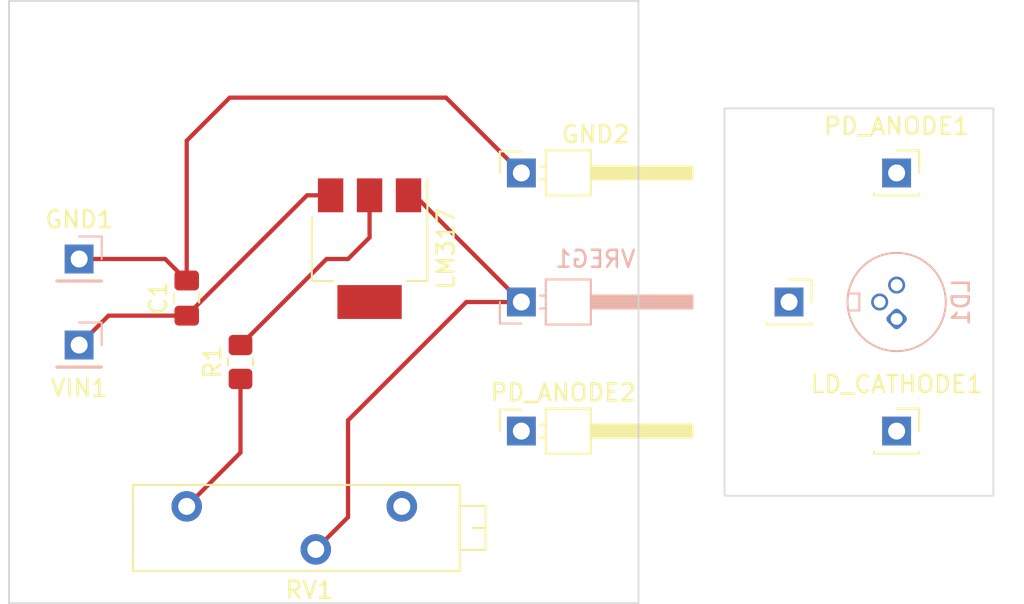
<source format=kicad_pcb>
(kicad_pcb (version 20221018) (generator pcbnew)
  (layers (0 "F.Cu" signal) (31 "B.Cu" signal) (34 "B.Paste" user) (35 "F.Paste" user) (36 "B.SilkS" user "B.Silkscreen") (37 "F.SilkS" user "F.Silkscreen") (38 "B.Mask" user) (39 "F.Mask" user) (44 "Edge.Cuts" user))
  (net 0 "")
  (net 1 "Net-(LM317-VI)")
  (net 2 "Net-(LM317-VO)")
  (net 3 "Net-(R1-Pad1)")
  (net 5 "Net-(GND1-Pin_1)")
  (net 6 "Net-(PD_ANODE1-Pin_1)")
  (net 7 "Net-(LD_ANODE1-Pin_1)")
  (net 8 "Net-(LD_CATHODE1-Pin_1)")
  (net 9 "Net-(LM317-ADJ)")
  (footprint "Potentiometer_THT:Potentiometer_Bourns_3006P_Horizontal" (layer "F.Cu") (at 110.49 128.905 180)
    (fp_text reference "RV1" (at -7.235 -4.935) (layer "F.SilkS"))
    (fp_text value "R_Potentiometer_Trim_US")
    (fp_line (start -17.64 -2.569) (end -17.64 0.03) (stroke (width 0.12)) (layer "F.SilkS"))
    (fp_line (start -17.64 -2.569) (end -16.121 -2.569) (stroke (width 0.12)) (layer "F.SilkS"))
    (fp_line (start -17.64 -1.27) (end -16.881 -1.27) (stroke (width 0.12)) (layer "F.SilkS"))
    (fp_line (start -17.64 0.03) (end -16.121 0.03) (stroke (width 0.12)) (layer "F.SilkS"))
    (fp_line (start -16.121 -2.569) (end -16.121 0.03) (stroke (width 0.12)) (layer "F.SilkS"))
    (fp_line (start -16.12 -3.805) (end -16.12 1.265) (stroke (width 0.12)) (layer "F.SilkS"))
    (fp_line (start -16.12 -3.805) (end 3.17 -3.805) (stroke (width 0.12)) (layer "F.SilkS"))
    (fp_line (start -16.12 1.265) (end 3.17 1.265) (stroke (width 0.12)) (layer "F.SilkS"))
    (fp_line (start 3.17 -3.805) (end 3.17 1.265) (stroke (width 0.12)) (layer "F.SilkS"))
    (pad "1" thru_hole circle (at 0 0 180) (size 1.8 1.8) (drill 1) (layers "*.Cu" "*.Mask") (net 3 "Net-(R1-Pad1)"))
    (pad "2" thru_hole circle (at -7.62 -2.54 180) (size 1.8 1.8) (drill 1) (layers "*.Cu" "*.Mask") (net 9 "Net-(LM317-ADJ)"))
    (pad "3" thru_hole circle (at -12.7 0 180) (size 1.8 1.8) (drill 1) (layers "*.Cu" "*.Mask"))
  )
  (footprint "Capacitor_SMD:C_0805_2012Metric_Pad1.18x1.45mm_HandSolder" (layer "F.Cu") (at 110.49 116.6075 90)
    (fp_text reference "C1" (at 0 -1.68 90) (layer "F.SilkS"))
    (fp_text value "C")
    (fp_line (start -0.261252 -0.735) (end 0.261252 -0.735) (stroke (width 0.12)) (layer "F.SilkS"))
    (fp_line (start -0.261252 0.735) (end 0.261252 0.735) (stroke (width 0.12)) (layer "F.SilkS"))
    (pad "1" smd roundrect (at -1.0375 0 90) (size 1.175 1.45) (layers "F.Cu" "F.Paste" "F.Mask") (roundrect_rratio 0.212766) (net 1 "Net-(LM317-VI)"))
    (pad "2" smd roundrect (at 1.0375 0 90) (size 1.175 1.45) (layers "F.Cu" "F.Paste" "F.Mask") (roundrect_rratio 0.212766) (net 5 "Net-(GND1-Pin_1)"))
  )
  (footprint "Connector_PinSocket_2.54mm:PinSocket_1x01_P2.54mm_Vertical" (layer "F.Cu") (at 152.4 109.22)
    (fp_text reference "PD_ANODE1" (at 0 -2.77) (layer "F.SilkS"))
    (fp_text value "Conn_01x01_Socket")
    (fp_line (start -1.33 1.21) (end -1.33 1.33) (stroke (width 0.12)) (layer "F.SilkS"))
    (fp_line (start -1.33 1.33) (end 1.33 1.33) (stroke (width 0.12)) (layer "F.SilkS"))
    (fp_line (start 0 -1.33) (end 1.33 -1.33) (stroke (width 0.12)) (layer "F.SilkS"))
    (fp_line (start 1.33 -1.33) (end 1.33 0) (stroke (width 0.12)) (layer "F.SilkS"))
    (fp_line (start 1.33 1.21) (end 1.33 1.33) (stroke (width 0.12)) (layer "F.SilkS"))
    (pad "1" thru_hole rect (at 0 0) (size 1.7 1.7) (drill 1) (layers "*.Cu" "*.Mask") (net 6 "Net-(PD_ANODE1-Pin_1)"))
  )
  (footprint "Connector_PinSocket_2.54mm:PinSocket_1x01_P2.54mm_Vertical" (layer "F.Cu") (at 146.05 116.84)
    (fp_text reference "LD_ANODE1" hide)
    (fp_text value "Conn_01x01_Socket")
    (fp_line (start -1.33 1.21) (end -1.33 1.33) (stroke (width 0.12)) (layer "F.SilkS"))
    (fp_line (start -1.33 1.33) (end 1.33 1.33) (stroke (width 0.12)) (layer "F.SilkS"))
    (fp_line (start 0 -1.33) (end 1.33 -1.33) (stroke (width 0.12)) (layer "F.SilkS"))
    (fp_line (start 1.33 -1.33) (end 1.33 0) (stroke (width 0.12)) (layer "F.SilkS"))
    (fp_line (start 1.33 1.21) (end 1.33 1.33) (stroke (width 0.12)) (layer "F.SilkS"))
    (pad "1" thru_hole rect (at 0 0) (size 1.7 1.7) (drill 1) (layers "*.Cu" "*.Mask") (net 7 "Net-(LD_ANODE1-Pin_1)"))
  )
  (footprint "Connector_PinHeader_2.54mm:PinHeader_1x01_P2.54mm_Horizontal" (layer "F.Cu") (at 130.245 124.46)
    (fp_text reference "PD_ANODE2" (at 2.47 -2.27) (layer "F.SilkS"))
    (fp_text value "Conn_01x01_Pin")
    (fp_line (start -1.27 -1.27) (end 0 -1.27) (stroke (width 0.12)) (layer "F.SilkS"))
    (fp_line (start -1.27 0) (end -1.27 -1.27) (stroke (width 0.12)) (layer "F.SilkS"))
    (fp_line (start 1.11 -0.38) (end 1.44 -0.38) (stroke (width 0.12)) (layer "F.SilkS"))
    (fp_line (start 1.11 0.38) (end 1.44 0.38) (stroke (width 0.12)) (layer "F.SilkS"))
    (fp_line (start 1.44 -1.33) (end 1.44 1.33) (stroke (width 0.12)) (layer "F.SilkS"))
    (fp_line (start 1.44 1.33) (end 4.1 1.33) (stroke (width 0.12)) (layer "F.SilkS"))
    (fp_line (start 4.1 -1.33) (end 1.44 -1.33) (stroke (width 0.12)) (layer "F.SilkS"))
    (fp_line (start 4.1 -0.38) (end 10.1 -0.38) (stroke (width 0.12)) (layer "F.SilkS"))
    (fp_line (start 4.1 -0.32) (end 10.1 -0.32) (stroke (width 0.12)) (layer "F.SilkS"))
    (fp_line (start 4.1 -0.2) (end 10.1 -0.2) (stroke (width 0.12)) (layer "F.SilkS"))
    (fp_line (start 4.1 -0.08) (end 10.1 -0.08) (stroke (width 0.12)) (layer "F.SilkS"))
    (fp_line (start 4.1 0.04) (end 10.1 0.04) (stroke (width 0.12)) (layer "F.SilkS"))
    (fp_line (start 4.1 0.16) (end 10.1 0.16) (stroke (width 0.12)) (layer "F.SilkS"))
    (fp_line (start 4.1 0.28) (end 10.1 0.28) (stroke (width 0.12)) (layer "F.SilkS"))
    (fp_line (start 4.1 1.33) (end 4.1 -1.33) (stroke (width 0.12)) (layer "F.SilkS"))
    (fp_line (start 10.1 -0.38) (end 10.1 0.38) (stroke (width 0.12)) (layer "F.SilkS"))
    (fp_line (start 10.1 0.38) (end 4.1 0.38) (stroke (width 0.12)) (layer "F.SilkS"))
    (pad "1" thru_hole rect (at 0 0) (size 1.7 1.7) (drill 1) (layers "*.Cu" "*.Mask"))
  )
  (footprint "Connector_PinHeader_2.54mm:PinHeader_1x01_P2.54mm_Horizontal" (layer "F.Cu") (at 130.245 109.22)
    (fp_text reference "GND2" (at 4.385 -2.27) (layer "F.SilkS"))
    (fp_text value "Conn_01x01_Pin")
    (fp_line (start -1.27 -1.27) (end 0 -1.27) (stroke (width 0.12)) (layer "F.SilkS"))
    (fp_line (start -1.27 0) (end -1.27 -1.27) (stroke (width 0.12)) (layer "F.SilkS"))
    (fp_line (start 1.11 -0.38) (end 1.44 -0.38) (stroke (width 0.12)) (layer "F.SilkS"))
    (fp_line (start 1.11 0.38) (end 1.44 0.38) (stroke (width 0.12)) (layer "F.SilkS"))
    (fp_line (start 1.44 -1.33) (end 1.44 1.33) (stroke (width 0.12)) (layer "F.SilkS"))
    (fp_line (start 1.44 1.33) (end 4.1 1.33) (stroke (width 0.12)) (layer "F.SilkS"))
    (fp_line (start 4.1 -1.33) (end 1.44 -1.33) (stroke (width 0.12)) (layer "F.SilkS"))
    (fp_line (start 4.1 -0.38) (end 10.1 -0.38) (stroke (width 0.12)) (layer "F.SilkS"))
    (fp_line (start 4.1 -0.32) (end 10.1 -0.32) (stroke (width 0.12)) (layer "F.SilkS"))
    (fp_line (start 4.1 -0.2) (end 10.1 -0.2) (stroke (width 0.12)) (layer "F.SilkS"))
    (fp_line (start 4.1 -0.08) (end 10.1 -0.08) (stroke (width 0.12)) (layer "F.SilkS"))
    (fp_line (start 4.1 0.04) (end 10.1 0.04) (stroke (width 0.12)) (layer "F.SilkS"))
    (fp_line (start 4.1 0.16) (end 10.1 0.16) (stroke (width 0.12)) (layer "F.SilkS"))
    (fp_line (start 4.1 0.28) (end 10.1 0.28) (stroke (width 0.12)) (layer "F.SilkS"))
    (fp_line (start 4.1 1.33) (end 4.1 -1.33) (stroke (width 0.12)) (layer "F.SilkS"))
    (fp_line (start 10.1 -0.38) (end 10.1 0.38) (stroke (width 0.12)) (layer "F.SilkS"))
    (fp_line (start 10.1 0.38) (end 4.1 0.38) (stroke (width 0.12)) (layer "F.SilkS"))
    (pad "1" thru_hole rect (at 0 0) (size 1.7 1.7) (drill 1) (layers "*.Cu" "*.Mask") (net 5 "Net-(GND1-Pin_1)"))
  )
  (footprint "Resistor_SMD:R_0805_2012Metric_Pad1.20x1.40mm_HandSolder" (layer "F.Cu") (at 113.665 120.38 90)
    (fp_text reference "R1" (at 0 -1.65 90) (layer "F.SilkS"))
    (fp_text value "R")
    (fp_line (start -0.227064 -0.735) (end 0.227064 -0.735) (stroke (width 0.12)) (layer "F.SilkS"))
    (fp_line (start -0.227064 0.735) (end 0.227064 0.735) (stroke (width 0.12)) (layer "F.SilkS"))
    (pad "1" smd roundrect (at -1 0 90) (size 1.2 1.4) (layers "F.Cu" "F.Paste" "F.Mask") (roundrect_rratio 0.208333) (net 3 "Net-(R1-Pad1)"))
    (pad "2" smd roundrect (at 1 0 90) (size 1.2 1.4) (layers "F.Cu" "F.Paste" "F.Mask") (roundrect_rratio 0.208333) (net 2 "Net-(LM317-VO)"))
  )
  (footprint "Connector_PinSocket_2.54mm:PinSocket_1x01_P2.54mm_Vertical" (layer "F.Cu") (at 152.4 124.46)
    (fp_text reference "LD_CATHODE1" (at 0 -2.77) (layer "F.SilkS"))
    (fp_text value "Conn_01x01_Socket")
    (fp_line (start -1.33 1.21) (end -1.33 1.33) (stroke (width 0.12)) (layer "F.SilkS"))
    (fp_line (start -1.33 1.33) (end 1.33 1.33) (stroke (width 0.12)) (layer "F.SilkS"))
    (fp_line (start 0 -1.33) (end 1.33 -1.33) (stroke (width 0.12)) (layer "F.SilkS"))
    (fp_line (start 1.33 -1.33) (end 1.33 0) (stroke (width 0.12)) (layer "F.SilkS"))
    (fp_line (start 1.33 1.21) (end 1.33 1.33) (stroke (width 0.12)) (layer "F.SilkS"))
    (pad "1" thru_hole rect (at 0 0) (size 1.7 1.7) (drill 1) (layers "*.Cu" "*.Mask") (net 8 "Net-(LD_CATHODE1-Pin_1)"))
  )
  (footprint "Package_TO_SOT_SMD:SOT-223" (layer "F.Cu") (at 121.285 113.69 -90)
    (fp_text reference "LM317" (at 0 -4.5 90) (layer "F.SilkS"))
    (fp_text value "LM317_TO-220")
    (fp_line (start -4.1 -3.41) (end 1.91 -3.41) (stroke (width 0.12)) (layer "F.SilkS"))
    (fp_line (start -1.85 3.41) (end 1.91 3.41) (stroke (width 0.12)) (layer "F.SilkS"))
    (fp_line (start 1.91 -3.41) (end 1.91 -2.15) (stroke (width 0.12)) (layer "F.SilkS"))
    (fp_line (start 1.91 3.41) (end 1.91 2.15) (stroke (width 0.12)) (layer "F.SilkS"))
    (pad "1" smd rect (at -3.15 -2.3 270) (size 2 1.5) (layers "F.Cu" "F.Paste" "F.Mask") (net 9 "Net-(LM317-ADJ)"))
    (pad "2" smd rect (at -3.15 0 270) (size 2 1.5) (layers "F.Cu" "F.Paste" "F.Mask") (net 2 "Net-(LM317-VO)"))
    (pad "3" smd rect (at -3.15 2.3 270) (size 2 1.5) (layers "F.Cu" "F.Paste" "F.Mask") (net 1 "Net-(LM317-VI)"))
    (pad "4" smd rect (at 3.15 0 270) (size 2 3.8) (layers "F.Cu" "F.Paste" "F.Mask"))
  )
  (footprint "Connector_PinHeader_2.54mm:PinHeader_1x01_P2.54mm_Vertical" (layer "B.Cu") (at 104.14 119.38 180)
    (fp_text reference "VIN1" (at 0 -2.54) (layer "F.SilkS"))
    (fp_text value "Conn_01x01")
    (fp_line (start -1.33 -1.33) (end 1.33 -1.33) (stroke (width 0.12)) (layer "B.SilkS"))
    (fp_line (start -1.33 -1.27) (end -1.33 -1.33) (stroke (width 0.12)) (layer "B.SilkS"))
    (fp_line (start -1.33 -1.27) (end 1.33 -1.27) (stroke (width 0.12)) (layer "B.SilkS"))
    (fp_line (start -1.33 0) (end -1.33 1.33) (stroke (width 0.12)) (layer "B.SilkS"))
    (fp_line (start -1.33 1.33) (end 0 1.33) (stroke (width 0.12)) (layer "B.SilkS"))
    (fp_line (start 1.33 -1.27) (end 1.33 -1.33) (stroke (width 0.12)) (layer "B.SilkS"))
    (pad "1" thru_hole rect (at 0 0 180) (size 1.7 1.7) (drill 1) (layers "*.Cu" "*.Mask") (net 1 "Net-(LM317-VI)"))
  )
  (footprint "Connector_PinHeader_2.54mm:PinHeader_1x01_P2.54mm_Horizontal" (layer "B.Cu") (at 130.245 116.84)
    (fp_text reference "VREG1" (at 4.375 -2.54) (layer "B.SilkS") (effects (justify mirror)))
    (fp_text value "Conn_01x01_Pin")
    (fp_line (start -1.27 0) (end -1.27 1.27) (stroke (width 0.12)) (layer "B.SilkS"))
    (fp_line (start -1.27 1.27) (end 0 1.27) (stroke (width 0.12)) (layer "B.SilkS"))
    (fp_line (start 1.11 -0.38) (end 1.44 -0.38) (stroke (width 0.12)) (layer "B.SilkS"))
    (fp_line (start 1.11 0.38) (end 1.44 0.38) (stroke (width 0.12)) (layer "B.SilkS"))
    (fp_line (start 1.44 -1.33) (end 4.1 -1.33) (stroke (width 0.12)) (layer "B.SilkS"))
    (fp_line (start 1.44 1.33) (end 1.44 -1.33) (stroke (width 0.12)) (layer "B.SilkS"))
    (fp_line (start 4.1 -1.33) (end 4.1 1.33) (stroke (width 0.12)) (layer "B.SilkS"))
    (fp_line (start 4.1 -0.28) (end 10.1 -0.28) (stroke (width 0.12)) (layer "B.SilkS"))
    (fp_line (start 4.1 -0.16) (end 10.1 -0.16) (stroke (width 0.12)) (layer "B.SilkS"))
    (fp_line (start 4.1 -0.04) (end 10.1 -0.04) (stroke (width 0.12)) (layer "B.SilkS"))
    (fp_line (start 4.1 0.08) (end 10.1 0.08) (stroke (width 0.12)) (layer "B.SilkS"))
    (fp_line (start 4.1 0.2) (end 10.1 0.2) (stroke (width 0.12)) (layer "B.SilkS"))
    (fp_line (start 4.1 0.32) (end 10.1 0.32) (stroke (width 0.12)) (layer "B.SilkS"))
    (fp_line (start 4.1 0.38) (end 10.1 0.38) (stroke (width 0.12)) (layer "B.SilkS"))
    (fp_line (start 4.1 1.33) (end 1.44 1.33) (stroke (width 0.12)) (layer "B.SilkS"))
    (fp_line (start 10.1 -0.38) (end 4.1 -0.38) (stroke (width 0.12)) (layer "B.SilkS"))
    (fp_line (start 10.1 0.38) (end 10.1 -0.38) (stroke (width 0.12)) (layer "B.SilkS"))
    (pad "1" thru_hole rect (at 0 0) (size 1.7 1.7) (drill 1) (layers "*.Cu" "*.Mask") (net 9 "Net-(LM317-ADJ)"))
  )
  (footprint "OptoDevice:LaserDiode_TO56-3" (layer "B.Cu") (at 152.4 117.84 90)
    (fp_text reference "LD1" (at 0.99 3.8 90) (layer "B.SilkS") (effects (justify mirror)))
    (fp_text value "PLT5_488")
    (fp_line (start 0.5 -2.85) (end 0.5 -2.2) (stroke (width 0.12)) (layer "B.SilkS"))
    (fp_line (start 0.5 -2.2) (end 1.5 -2.2) (stroke (width 0.12)) (layer "B.SilkS"))
    (fp_line (start 1.5 -2.2) (end 1.5 -2.85) (stroke (width 0.12)) (layer "B.SilkS"))
    (fp_circle (center 1 0) (end 3.9 0) (stroke (width 0.12)) (fill none) (layer "B.SilkS"))
    (pad "1" thru_hole roundrect (at 0 0 45) (size 1 1) (drill 0.7) (layers "*.Cu" "*.Mask") (net 8 "Net-(LD_CATHODE1-Pin_1)"))
    (pad "2" thru_hole circle (at 1 -1 90) (size 1 1) (drill 0.7) (layers "*.Cu" "*.Mask") (net 7 "Net-(LD_ANODE1-Pin_1)"))
    (pad "3" thru_hole circle (at 2 0 90) (size 1 1) (drill 0.7) (layers "*.Cu" "*.Mask") (net 6 "Net-(PD_ANODE1-Pin_1)"))
  )
  (footprint "Connector_PinHeader_2.54mm:PinHeader_1x01_P2.54mm_Vertical" (layer "B.Cu") (at 104.14 114.3 180)
    (fp_text reference "GND1" (at 0 2.33 180) (layer "F.SilkS"))
    (fp_text value "Conn_01x01")
    (fp_line (start -1.33 -1.33) (end 1.33 -1.33) (stroke (width 0.12)) (layer "B.SilkS"))
    (fp_line (start -1.33 -1.27) (end -1.33 -1.33) (stroke (width 0.12)) (layer "B.SilkS"))
    (fp_line (start -1.33 -1.27) (end 1.33 -1.27) (stroke (width 0.12)) (layer "B.SilkS"))
    (fp_line (start -1.33 0) (end -1.33 1.33) (stroke (width 0.12)) (layer "B.SilkS"))
    (fp_line (start -1.33 1.33) (end 0 1.33) (stroke (width 0.12)) (layer "B.SilkS"))
    (fp_line (start 1.33 -1.27) (end 1.33 -1.33) (stroke (width 0.12)) (layer "B.SilkS"))
    (pad "1" thru_hole rect (at 0 0 180) (size 1.7 1.7) (drill 1) (layers "*.Cu" "*.Mask") (net 5 "Net-(GND1-Pin_1)"))
  )
  (gr_rect (start 142.24 105.41) (end 158.115 128.27) (stroke (width 0.1)) (fill none) (layer "Edge.Cuts"))
  (gr_rect (start 100 99.06) (end 137.16 134.62) (stroke (width 0.1)) (fill none) (layer "Edge.Cuts"))
  (segment (start 118.985 110.54) (end 117.595 110.54) (width 0.25) (layer "F.Cu") (net 1))
  (segment (start 117.595 110.54) (end 110.49 117.645) (width 0.25) (layer "F.Cu") (net 1))
  (segment (start 110.49 117.645) (end 105.875 117.645) (width 0.25) (layer "F.Cu") (net 1))
  (segment (start 105.875 117.645) (end 104.14 119.38) (width 0.25) (layer "F.Cu") (net 1))
  (segment (start 121.285 113.03) (end 120.015 114.3) (width 0.25) (layer "F.Cu") (net 2))
  (segment (start 118.745 114.3) (end 113.665 119.38) (width 0.25) (layer "F.Cu") (net 2))
  (segment (start 120.015 114.3) (end 118.745 114.3) (width 0.25) (layer "F.Cu") (net 2))
  (segment (start 121.285 110.54) (end 121.285 113.03) (width 0.25) (layer "F.Cu") (net 2))
  (segment (start 113.665 125.73) (end 110.49 128.905) (width 0.25) (layer "F.Cu") (net 3))
  (segment (start 113.665 121.38) (end 113.665 125.73) (width 0.25) (layer "F.Cu") (net 3))
  (segment (start 110.49 115.57) (end 110.49 107.315) (width 0.25) (layer "F.Cu") (net 5))
  (segment (start 110.49 107.315) (end 113.03 104.775) (width 0.25) (layer "F.Cu") (net 5))
  (segment (start 113.03 104.775) (end 125.8 104.775) (width 0.25) (layer "F.Cu") (net 5))
  (segment (start 109.22 114.3) (end 110.49 115.57) (width 0.25) (layer "F.Cu") (net 5))
  (segment (start 125.8 104.775) (end 130.245 109.22) (width 0.25) (layer "F.Cu") (net 5))
  (segment (start 104.14 114.3) (end 109.22 114.3) (width 0.25) (layer "F.Cu") (net 5))
  (segment (start 120.015 129.54) (end 120.015 123.825) (width 0.25) (layer "F.Cu") (net 9))
  (segment (start 120.015 123.825) (end 127 116.84) (width 0.25) (layer "F.Cu") (net 9))
  (segment (start 118.11 131.445) (end 120.015 129.54) (width 0.25) (layer "F.Cu") (net 9))
  (segment (start 123.945 110.54) (end 130.245 116.84) (width 0.25) (layer "F.Cu") (net 9))
  (segment (start 127 116.84) (end 130.245 116.84) (width 0.25) (layer "F.Cu") (net 9))
  (segment (start 123.585 110.54) (end 123.945 110.54) (width 0.25) (layer "F.Cu") (net 9))
)
</source>
